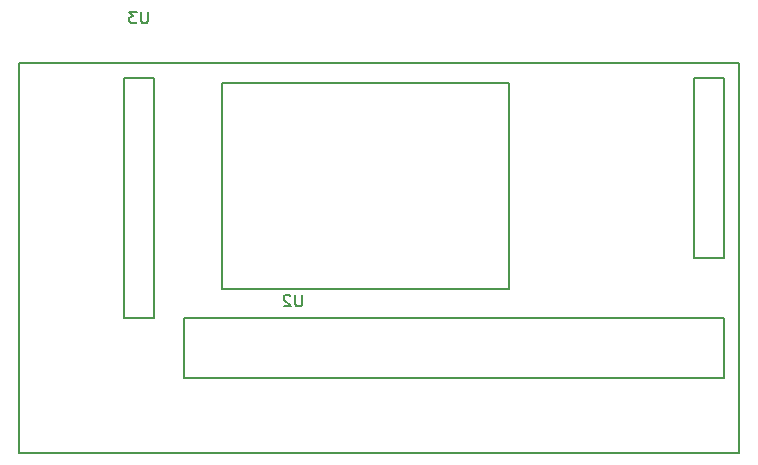
<source format=gbr>
G04 #@! TF.FileFunction,Legend,Bot*
%FSLAX46Y46*%
G04 Gerber Fmt 4.6, Leading zero omitted, Abs format (unit mm)*
G04 Created by KiCad (PCBNEW 4.0.2-4+6225~38~ubuntu14.04.1-stable) date fre 22 apr 2016 20:18:46*
%MOMM*%
G01*
G04 APERTURE LIST*
%ADD10C,0.100000*%
%ADD11C,0.150000*%
G04 APERTURE END LIST*
D10*
D11*
X110490000Y-86360000D02*
X171450000Y-86360000D01*
X110490000Y-119380000D02*
X110490000Y-86360000D01*
X171450000Y-119380000D02*
X110490000Y-119380000D01*
X171450000Y-86360000D02*
X171450000Y-119380000D01*
X167640000Y-102870000D02*
X167640000Y-87630000D01*
X170180000Y-87630000D02*
X170180000Y-102870000D01*
X167640000Y-87630000D02*
X170180000Y-87630000D01*
X119380000Y-107950000D02*
X121920000Y-107950000D01*
X121920000Y-107950000D02*
X121920000Y-87630000D01*
X121920000Y-87630000D02*
X119380000Y-87630000D01*
X119380000Y-87630000D02*
X119380000Y-107950000D01*
X170180000Y-107950000D02*
X124460000Y-107950000D01*
X124460000Y-107950000D02*
X124460000Y-113030000D01*
X124460000Y-113030000D02*
X170180000Y-113030000D01*
X170180000Y-113030000D02*
X170180000Y-107950000D01*
X167640000Y-102870000D02*
X170180000Y-102870000D01*
X127700000Y-105520000D02*
X127700000Y-88020000D01*
X127700000Y-88020000D02*
X152000000Y-88020000D01*
X152000000Y-88020000D02*
X152000000Y-105520000D01*
X152000000Y-105520000D02*
X127700000Y-105520000D01*
X121411905Y-82002381D02*
X121411905Y-82811905D01*
X121364286Y-82907143D01*
X121316667Y-82954762D01*
X121221429Y-83002381D01*
X121030952Y-83002381D01*
X120935714Y-82954762D01*
X120888095Y-82907143D01*
X120840476Y-82811905D01*
X120840476Y-82002381D01*
X120459524Y-82002381D02*
X119840476Y-82002381D01*
X120173810Y-82383333D01*
X120030952Y-82383333D01*
X119935714Y-82430952D01*
X119888095Y-82478571D01*
X119840476Y-82573810D01*
X119840476Y-82811905D01*
X119888095Y-82907143D01*
X119935714Y-82954762D01*
X120030952Y-83002381D01*
X120316667Y-83002381D01*
X120411905Y-82954762D01*
X120459524Y-82907143D01*
X134461905Y-105972381D02*
X134461905Y-106781905D01*
X134414286Y-106877143D01*
X134366667Y-106924762D01*
X134271429Y-106972381D01*
X134080952Y-106972381D01*
X133985714Y-106924762D01*
X133938095Y-106877143D01*
X133890476Y-106781905D01*
X133890476Y-105972381D01*
X133461905Y-106067619D02*
X133414286Y-106020000D01*
X133319048Y-105972381D01*
X133080952Y-105972381D01*
X132985714Y-106020000D01*
X132938095Y-106067619D01*
X132890476Y-106162857D01*
X132890476Y-106258095D01*
X132938095Y-106400952D01*
X133509524Y-106972381D01*
X132890476Y-106972381D01*
M02*

</source>
